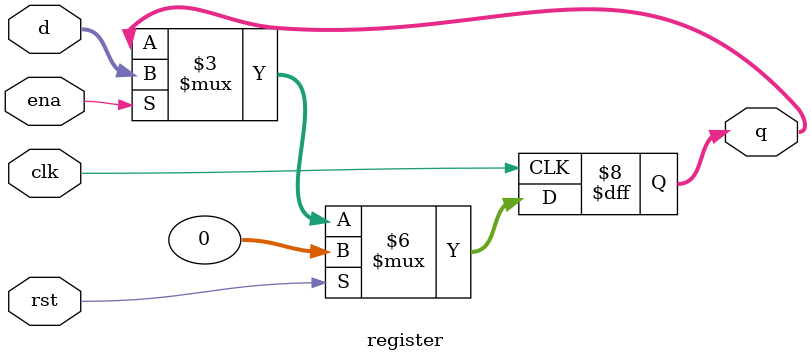
<source format=v>
`timescale 1ns / 1ps


module register(clk, rst, d, q, ena);

	// Size of Data Bus. Must be uniform between different register lanes
	parameter N = 32;
	// Number of values in register
	parameter NUM_VAL = 1;

	// Control Inputs
	input wire clk, rst, ena;

	// D inputs
	input wire [NUM_VAL*N-1:0] d;
	
	// Q Outputs
	output reg [NUM_VAL*N-1:0] q;

	// Generate Logic for each register val
	genvar r;
	generate 
		for (r = 1; r<=NUM_VAL; r=r+1) begin : REGISTERS

			always @(posedge clk) begin
				if(rst) begin
					q[r*N-1:(r-1)*N] <= 0;
				end
				else if (ena) begin
					q[r*N-1:(r-1)*N] <= d[r*N-1:(r-1)*N];
				end
				else begin
					q[r*N-1:(r-1)*N] <= q[r*N-1:(r-1)*N];
				end
			end
		end
	endgenerate
	
endmodule

</source>
